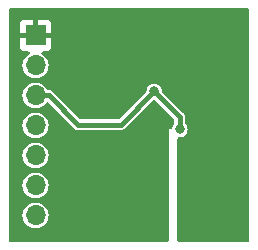
<source format=gbr>
%TF.GenerationSoftware,KiCad,Pcbnew,7.0.2-0*%
%TF.CreationDate,2023-06-08T14:15:14-07:00*%
%TF.ProjectId,ADXRS290BCEZ_gyro,41445852-5332-4393-9042-43455a5f6779,rev?*%
%TF.SameCoordinates,Original*%
%TF.FileFunction,Copper,L2,Bot*%
%TF.FilePolarity,Positive*%
%FSLAX46Y46*%
G04 Gerber Fmt 4.6, Leading zero omitted, Abs format (unit mm)*
G04 Created by KiCad (PCBNEW 7.0.2-0) date 2023-06-08 14:15:14*
%MOMM*%
%LPD*%
G01*
G04 APERTURE LIST*
%TA.AperFunction,ComponentPad*%
%ADD10R,1.700000X1.700000*%
%TD*%
%TA.AperFunction,ComponentPad*%
%ADD11O,1.700000X1.700000*%
%TD*%
%TA.AperFunction,ViaPad*%
%ADD12C,0.800000*%
%TD*%
%TA.AperFunction,Conductor*%
%ADD13C,0.400000*%
%TD*%
G04 APERTURE END LIST*
D10*
%TO.P,U1,1,GND*%
%TO.N,GND*%
X128036200Y-89042800D03*
D11*
%TO.P,U1,2,Vdd*%
%TO.N,Net-(ADXRS290BCEZ1-VDD)*%
X128036200Y-91582800D03*
%TO.P,U1,3,Vs*%
%TO.N,Net-(U1-Vs)*%
X128036200Y-94122800D03*
%TO.P,U1,4,CS*%
%TO.N,Net-(ADXRS290BCEZ1-CS)*%
X128036200Y-96662800D03*
%TO.P,U1,5,MISO*%
%TO.N,Net-(ADXRS290BCEZ1-MISO)*%
X128036200Y-99202800D03*
%TO.P,U1,6,MOSI*%
%TO.N,Net-(ADXRS290BCEZ1-MOSI)*%
X128036200Y-101742800D03*
%TO.P,U1,7,SCLK*%
%TO.N,Net-(ADXRS290BCEZ1-SCLK)*%
X128036200Y-104282800D03*
%TD*%
D12*
%TO.N,GND*%
X137900000Y-102800000D03*
X138450000Y-105500000D03*
X135300000Y-94300000D03*
X135400000Y-99000000D03*
X143350000Y-100800000D03*
X140650000Y-98350000D03*
X142450000Y-93750000D03*
X143300000Y-96300000D03*
%TO.N,Net-(U1-Vs)*%
X138074400Y-93776800D03*
X140250000Y-97000000D03*
%TD*%
D13*
%TO.N,Net-(U1-Vs)*%
X140250000Y-95952400D02*
X138074400Y-93776800D01*
X129172800Y-94122800D02*
X128036200Y-94122800D01*
X140250000Y-97000000D02*
X140250000Y-95952400D01*
X131650000Y-96600000D02*
X129172800Y-94122800D01*
X135251200Y-96600000D02*
X131650000Y-96600000D01*
X138074400Y-93776800D02*
X135251200Y-96600000D01*
%TD*%
%TA.AperFunction,Conductor*%
%TO.N,GND*%
G36*
X146092539Y-86770185D02*
G01*
X146138294Y-86822989D01*
X146149500Y-86874500D01*
X146149500Y-106375500D01*
X146129815Y-106442539D01*
X146077011Y-106488294D01*
X146025500Y-106499500D01*
X140174000Y-106499500D01*
X140106961Y-106479815D01*
X140061206Y-106427011D01*
X140050000Y-106375500D01*
X140050000Y-97774500D01*
X140069685Y-97707461D01*
X140122489Y-97661706D01*
X140174000Y-97650500D01*
X140328985Y-97650500D01*
X140482365Y-97612696D01*
X140622240Y-97539283D01*
X140740483Y-97434530D01*
X140830220Y-97304523D01*
X140886237Y-97156818D01*
X140905278Y-97000000D01*
X140886237Y-96843182D01*
X140830220Y-96695477D01*
X140740483Y-96565470D01*
X140740482Y-96565469D01*
X140731930Y-96553079D01*
X140733029Y-96552320D01*
X140705145Y-96507863D01*
X140700500Y-96474240D01*
X140700500Y-95984661D01*
X140701280Y-95970777D01*
X140705270Y-95935366D01*
X140702026Y-95918221D01*
X140694635Y-95879161D01*
X140693864Y-95874620D01*
X140685348Y-95818113D01*
X140685347Y-95818111D01*
X140684448Y-95812146D01*
X140682842Y-95807264D01*
X140680023Y-95801931D01*
X140680023Y-95801928D01*
X140653282Y-95751333D01*
X140651220Y-95747247D01*
X140623814Y-95690336D01*
X140620818Y-95686114D01*
X140576152Y-95641448D01*
X140572934Y-95638108D01*
X140529958Y-95591791D01*
X140515070Y-95580366D01*
X138762447Y-93827743D01*
X138728962Y-93766420D01*
X138727032Y-93755009D01*
X138722782Y-93720007D01*
X138710637Y-93619982D01*
X138654620Y-93472277D01*
X138564883Y-93342270D01*
X138446640Y-93237517D01*
X138433394Y-93230565D01*
X138306764Y-93164103D01*
X138153385Y-93126300D01*
X137995415Y-93126300D01*
X137842035Y-93164103D01*
X137702161Y-93237516D01*
X137583915Y-93342271D01*
X137494180Y-93472276D01*
X137438163Y-93619981D01*
X137421768Y-93755008D01*
X137394146Y-93819186D01*
X137386353Y-93827742D01*
X135100916Y-96113181D01*
X135039593Y-96146666D01*
X135013235Y-96149500D01*
X131887966Y-96149500D01*
X131820927Y-96129815D01*
X131800285Y-96113181D01*
X129514168Y-93827065D01*
X129504902Y-93816697D01*
X129482679Y-93788830D01*
X129435408Y-93756600D01*
X129431670Y-93753948D01*
X129380835Y-93716429D01*
X129376224Y-93714102D01*
X129315849Y-93695479D01*
X129311444Y-93694030D01*
X129251823Y-93673168D01*
X129246714Y-93672300D01*
X129240702Y-93672300D01*
X129183538Y-93672300D01*
X129178901Y-93672213D01*
X129175118Y-93672071D01*
X129112158Y-93669715D01*
X129045902Y-93647537D01*
X129005796Y-93601073D01*
X128975873Y-93540979D01*
X128923991Y-93472276D01*
X128852963Y-93378219D01*
X128702241Y-93240818D01*
X128528838Y-93133452D01*
X128338657Y-93059776D01*
X128271829Y-93047284D01*
X128138176Y-93022300D01*
X127934224Y-93022300D01*
X127833984Y-93041038D01*
X127733742Y-93059776D01*
X127543561Y-93133452D01*
X127370158Y-93240818D01*
X127219436Y-93378219D01*
X127096524Y-93540981D01*
X127005618Y-93723548D01*
X126949802Y-93919716D01*
X126930985Y-94122799D01*
X126949802Y-94325883D01*
X127005618Y-94522051D01*
X127096524Y-94704618D01*
X127219436Y-94867380D01*
X127370158Y-95004781D01*
X127543561Y-95112147D01*
X127543563Y-95112148D01*
X127733744Y-95185824D01*
X127934224Y-95223300D01*
X127934226Y-95223300D01*
X128138174Y-95223300D01*
X128138176Y-95223300D01*
X128338656Y-95185824D01*
X128528837Y-95112148D01*
X128702241Y-95004781D01*
X128852964Y-94867379D01*
X128950942Y-94737634D01*
X129007051Y-94695999D01*
X129076763Y-94691308D01*
X129137577Y-94724681D01*
X131308630Y-96895733D01*
X131317896Y-96906101D01*
X131340120Y-96933969D01*
X131387364Y-96966180D01*
X131391141Y-96968860D01*
X131436344Y-97002222D01*
X131441973Y-97006376D01*
X131446568Y-97008695D01*
X131452325Y-97010470D01*
X131452327Y-97010472D01*
X131477351Y-97018190D01*
X131506980Y-97027330D01*
X131511371Y-97028774D01*
X131565301Y-97047646D01*
X131565303Y-97047646D01*
X131570990Y-97049636D01*
X131576071Y-97050500D01*
X131582098Y-97050500D01*
X131639246Y-97050500D01*
X131643883Y-97050586D01*
X131701010Y-97052725D01*
X131701010Y-97052724D01*
X131707026Y-97052950D01*
X131725638Y-97050500D01*
X135218938Y-97050500D01*
X135232822Y-97051280D01*
X135268233Y-97055270D01*
X135268233Y-97055269D01*
X135268235Y-97055270D01*
X135324428Y-97044636D01*
X135328926Y-97043872D01*
X135385487Y-97035348D01*
X135385488Y-97035347D01*
X135391468Y-97034446D01*
X135396328Y-97032846D01*
X135401667Y-97030023D01*
X135401672Y-97030023D01*
X135452245Y-97003292D01*
X135456336Y-97001227D01*
X135507842Y-96976425D01*
X135507844Y-96976422D01*
X135513278Y-96973806D01*
X135517471Y-96970831D01*
X135521733Y-96966568D01*
X135521738Y-96966566D01*
X135562201Y-96926101D01*
X135565459Y-96922962D01*
X135607394Y-96884055D01*
X135607395Y-96884053D01*
X135611813Y-96879954D01*
X135623233Y-96865069D01*
X137986720Y-94501582D01*
X138048041Y-94468099D01*
X138117733Y-94473083D01*
X138162080Y-94501584D01*
X139763181Y-96102684D01*
X139796666Y-96164007D01*
X139799500Y-96190365D01*
X139799500Y-96474240D01*
X139779815Y-96541279D01*
X139761301Y-96562885D01*
X139669780Y-96695476D01*
X139669780Y-96695477D01*
X139613763Y-96843182D01*
X139607963Y-96890947D01*
X139580343Y-96955124D01*
X139522409Y-96994181D01*
X139484868Y-97000000D01*
X139300000Y-97000000D01*
X139300000Y-106375500D01*
X139280315Y-106442539D01*
X139227511Y-106488294D01*
X139176000Y-106499500D01*
X125874500Y-106499500D01*
X125807461Y-106479815D01*
X125761706Y-106427011D01*
X125750500Y-106375500D01*
X125750500Y-104282799D01*
X126930985Y-104282799D01*
X126949802Y-104485883D01*
X127005618Y-104682051D01*
X127096524Y-104864618D01*
X127219436Y-105027380D01*
X127370158Y-105164781D01*
X127543561Y-105272147D01*
X127543563Y-105272148D01*
X127733744Y-105345824D01*
X127934224Y-105383300D01*
X127934226Y-105383300D01*
X128138174Y-105383300D01*
X128138176Y-105383300D01*
X128338656Y-105345824D01*
X128528837Y-105272148D01*
X128702241Y-105164781D01*
X128852964Y-105027379D01*
X128975873Y-104864621D01*
X128975873Y-104864619D01*
X128975875Y-104864618D01*
X129021513Y-104772961D01*
X129066782Y-104682050D01*
X129122597Y-104485883D01*
X129141415Y-104282800D01*
X129122597Y-104079717D01*
X129066782Y-103883550D01*
X129066409Y-103882801D01*
X128975875Y-103700981D01*
X128852963Y-103538219D01*
X128702241Y-103400818D01*
X128528838Y-103293452D01*
X128338657Y-103219776D01*
X128271829Y-103207284D01*
X128138176Y-103182300D01*
X127934224Y-103182300D01*
X127833984Y-103201038D01*
X127733742Y-103219776D01*
X127543561Y-103293452D01*
X127370158Y-103400818D01*
X127219436Y-103538219D01*
X127096524Y-103700981D01*
X127005618Y-103883548D01*
X126949802Y-104079716D01*
X126930985Y-104282799D01*
X125750500Y-104282799D01*
X125750500Y-101742800D01*
X126930985Y-101742800D01*
X126949802Y-101945883D01*
X127005618Y-102142051D01*
X127096524Y-102324618D01*
X127219436Y-102487380D01*
X127370158Y-102624781D01*
X127543561Y-102732147D01*
X127543563Y-102732148D01*
X127733744Y-102805824D01*
X127934224Y-102843300D01*
X127934226Y-102843300D01*
X128138174Y-102843300D01*
X128138176Y-102843300D01*
X128338656Y-102805824D01*
X128528837Y-102732148D01*
X128702241Y-102624781D01*
X128852964Y-102487379D01*
X128975873Y-102324621D01*
X128975873Y-102324619D01*
X128975875Y-102324618D01*
X129021513Y-102232961D01*
X129066782Y-102142050D01*
X129122597Y-101945883D01*
X129141415Y-101742800D01*
X129122597Y-101539717D01*
X129066782Y-101343550D01*
X129066409Y-101342801D01*
X128975875Y-101160981D01*
X128852963Y-100998219D01*
X128702241Y-100860818D01*
X128528838Y-100753452D01*
X128338657Y-100679776D01*
X128271829Y-100667284D01*
X128138176Y-100642300D01*
X127934224Y-100642300D01*
X127833984Y-100661038D01*
X127733742Y-100679776D01*
X127543561Y-100753452D01*
X127370158Y-100860818D01*
X127219436Y-100998219D01*
X127096524Y-101160981D01*
X127005618Y-101343548D01*
X126949802Y-101539716D01*
X126930985Y-101742800D01*
X125750500Y-101742800D01*
X125750500Y-99202800D01*
X126930985Y-99202800D01*
X126949802Y-99405883D01*
X127005618Y-99602051D01*
X127096524Y-99784618D01*
X127219436Y-99947380D01*
X127370158Y-100084781D01*
X127543561Y-100192147D01*
X127543563Y-100192148D01*
X127733744Y-100265824D01*
X127934224Y-100303300D01*
X127934226Y-100303300D01*
X128138174Y-100303300D01*
X128138176Y-100303300D01*
X128338656Y-100265824D01*
X128528837Y-100192148D01*
X128702241Y-100084781D01*
X128852964Y-99947379D01*
X128975873Y-99784621D01*
X128975873Y-99784619D01*
X128975875Y-99784618D01*
X129021513Y-99692961D01*
X129066782Y-99602050D01*
X129122597Y-99405883D01*
X129141415Y-99202800D01*
X129122597Y-98999717D01*
X129066782Y-98803550D01*
X129066409Y-98802801D01*
X128975875Y-98620981D01*
X128852963Y-98458219D01*
X128702241Y-98320818D01*
X128528838Y-98213452D01*
X128338657Y-98139776D01*
X128271829Y-98127284D01*
X128138176Y-98102300D01*
X127934224Y-98102300D01*
X127833984Y-98121038D01*
X127733742Y-98139776D01*
X127543561Y-98213452D01*
X127370158Y-98320818D01*
X127219436Y-98458219D01*
X127096524Y-98620981D01*
X127005618Y-98803548D01*
X126949802Y-98999716D01*
X126930985Y-99202800D01*
X125750500Y-99202800D01*
X125750500Y-96662799D01*
X126930985Y-96662799D01*
X126949802Y-96865883D01*
X127005618Y-97062051D01*
X127096524Y-97244618D01*
X127219436Y-97407380D01*
X127370158Y-97544781D01*
X127540901Y-97650500D01*
X127543563Y-97652148D01*
X127733744Y-97725824D01*
X127934224Y-97763300D01*
X127934226Y-97763300D01*
X128138174Y-97763300D01*
X128138176Y-97763300D01*
X128338656Y-97725824D01*
X128528837Y-97652148D01*
X128702241Y-97544781D01*
X128852964Y-97407379D01*
X128975873Y-97244621D01*
X128975873Y-97244619D01*
X128975875Y-97244618D01*
X129021513Y-97152961D01*
X129066782Y-97062050D01*
X129122597Y-96865883D01*
X129141415Y-96662800D01*
X129122597Y-96459717D01*
X129066782Y-96263550D01*
X129066409Y-96262801D01*
X128975875Y-96080981D01*
X128852963Y-95918219D01*
X128702241Y-95780818D01*
X128528838Y-95673452D01*
X128338657Y-95599776D01*
X128234821Y-95580366D01*
X128138176Y-95562300D01*
X127934224Y-95562300D01*
X127837579Y-95580366D01*
X127733742Y-95599776D01*
X127543561Y-95673452D01*
X127370158Y-95780818D01*
X127219436Y-95918219D01*
X127096524Y-96080981D01*
X127005618Y-96263548D01*
X126949802Y-96459716D01*
X126930985Y-96662799D01*
X125750500Y-96662799D01*
X125750500Y-89937318D01*
X126686200Y-89937318D01*
X126686554Y-89943932D01*
X126692600Y-90000171D01*
X126742847Y-90134889D01*
X126829011Y-90249988D01*
X126944110Y-90336152D01*
X127078828Y-90386399D01*
X127135067Y-90392445D01*
X127141682Y-90392800D01*
X127431812Y-90392800D01*
X127498851Y-90412485D01*
X127544606Y-90465289D01*
X127554550Y-90534447D01*
X127525525Y-90598003D01*
X127497090Y-90622227D01*
X127370156Y-90700820D01*
X127219436Y-90838219D01*
X127096524Y-91000981D01*
X127005618Y-91183548D01*
X126949802Y-91379716D01*
X126930985Y-91582800D01*
X126949802Y-91785883D01*
X127005618Y-91982051D01*
X127096524Y-92164618D01*
X127219436Y-92327380D01*
X127370158Y-92464781D01*
X127543561Y-92572147D01*
X127543563Y-92572148D01*
X127733744Y-92645824D01*
X127934224Y-92683300D01*
X127934226Y-92683300D01*
X128138174Y-92683300D01*
X128138176Y-92683300D01*
X128338656Y-92645824D01*
X128528837Y-92572148D01*
X128702241Y-92464781D01*
X128852964Y-92327379D01*
X128975873Y-92164621D01*
X128975873Y-92164619D01*
X128975875Y-92164618D01*
X129021513Y-92072961D01*
X129066782Y-91982050D01*
X129122597Y-91785883D01*
X129141415Y-91582800D01*
X129122597Y-91379717D01*
X129066782Y-91183550D01*
X129066409Y-91182801D01*
X128975875Y-91000981D01*
X128852963Y-90838219D01*
X128702243Y-90700820D01*
X128575310Y-90622227D01*
X128528675Y-90570199D01*
X128517571Y-90501217D01*
X128545524Y-90437183D01*
X128603659Y-90398427D01*
X128640588Y-90392800D01*
X128930718Y-90392800D01*
X128937332Y-90392445D01*
X128993571Y-90386399D01*
X129128289Y-90336152D01*
X129243388Y-90249988D01*
X129329552Y-90134889D01*
X129379799Y-90000171D01*
X129385845Y-89943932D01*
X129386200Y-89937318D01*
X129386200Y-89292800D01*
X128469886Y-89292800D01*
X128495693Y-89252644D01*
X128536200Y-89114689D01*
X128536200Y-88970911D01*
X128495693Y-88832956D01*
X128469886Y-88792800D01*
X129386200Y-88792800D01*
X129386200Y-88148281D01*
X129385845Y-88141667D01*
X129379799Y-88085428D01*
X129329552Y-87950710D01*
X129243388Y-87835611D01*
X129128289Y-87749447D01*
X128993571Y-87699200D01*
X128937332Y-87693154D01*
X128930718Y-87692800D01*
X128286200Y-87692800D01*
X128286200Y-88607298D01*
X128178515Y-88558120D01*
X128071963Y-88542800D01*
X128000437Y-88542800D01*
X127893885Y-88558120D01*
X127786199Y-88607298D01*
X127786200Y-87692800D01*
X127141682Y-87692800D01*
X127135067Y-87693154D01*
X127078828Y-87699200D01*
X126944110Y-87749447D01*
X126829011Y-87835611D01*
X126742847Y-87950710D01*
X126692600Y-88085428D01*
X126686554Y-88141667D01*
X126686200Y-88148281D01*
X126686200Y-88792800D01*
X127602514Y-88792800D01*
X127576707Y-88832956D01*
X127536200Y-88970911D01*
X127536200Y-89114689D01*
X127576707Y-89252644D01*
X127602514Y-89292800D01*
X126686200Y-89292800D01*
X126686200Y-89937318D01*
X125750500Y-89937318D01*
X125750500Y-86874500D01*
X125770185Y-86807461D01*
X125822989Y-86761706D01*
X125874500Y-86750500D01*
X146025500Y-86750500D01*
X146092539Y-86770185D01*
G37*
%TD.AperFunction*%
%TD*%
M02*

</source>
